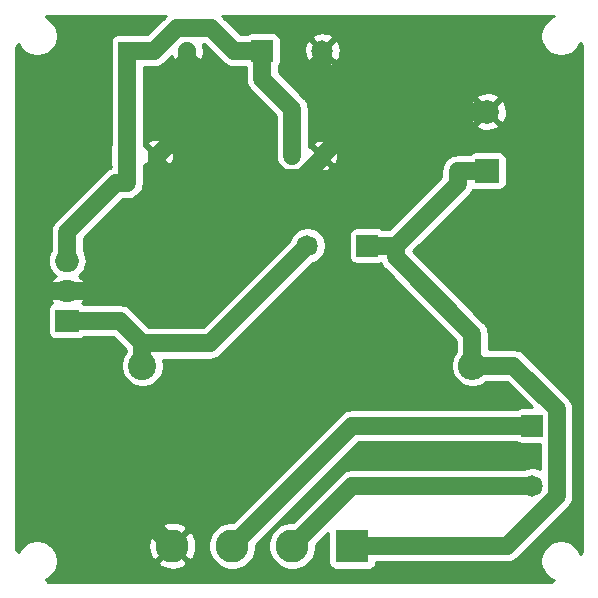
<source format=gbr>
%TF.GenerationSoftware,KiCad,Pcbnew,5.1.5-1.fc31*%
%TF.CreationDate,2020-04-07T08:28:03+02:00*%
%TF.ProjectId,zasilacz,7a617369-6c61-4637-9a2e-6b696361645f,1.0*%
%TF.SameCoordinates,Original*%
%TF.FileFunction,Copper,L2,Bot*%
%TF.FilePolarity,Positive*%
%FSLAX46Y46*%
G04 Gerber Fmt 4.6, Leading zero omitted, Abs format (unit mm)*
G04 Created by KiCad (PCBNEW 5.1.5-1.fc31) date 2020-04-07 08:28:03*
%MOMM*%
%LPD*%
G04 APERTURE LIST*
%TA.AperFunction,ComponentPad*%
%ADD10R,2.000000X2.000000*%
%TD*%
%TA.AperFunction,ComponentPad*%
%ADD11C,2.000000*%
%TD*%
%TA.AperFunction,ComponentPad*%
%ADD12R,1.600000X1.600000*%
%TD*%
%TA.AperFunction,ComponentPad*%
%ADD13C,1.600000*%
%TD*%
%TA.AperFunction,ComponentPad*%
%ADD14C,1.400000*%
%TD*%
%TA.AperFunction,ComponentPad*%
%ADD15C,2.800000*%
%TD*%
%TA.AperFunction,ComponentPad*%
%ADD16R,2.800000X2.800000*%
%TD*%
%TA.AperFunction,ComponentPad*%
%ADD17R,1.524000X1.524000*%
%TD*%
%TA.AperFunction,ComponentPad*%
%ADD18C,1.524000*%
%TD*%
%TA.AperFunction,ComponentPad*%
%ADD19C,1.824000*%
%TD*%
%TA.AperFunction,ComponentPad*%
%ADD20R,1.824000X1.824000*%
%TD*%
%TA.AperFunction,ComponentPad*%
%ADD21C,2.400000*%
%TD*%
%TA.AperFunction,ComponentPad*%
%ADD22O,2.400000X2.400000*%
%TD*%
%TA.AperFunction,ComponentPad*%
%ADD23R,2.000000X1.905000*%
%TD*%
%TA.AperFunction,ComponentPad*%
%ADD24O,2.000000X1.905000*%
%TD*%
%TA.AperFunction,Conductor*%
%ADD25C,1.500000*%
%TD*%
%TA.AperFunction,Conductor*%
%ADD26C,0.254000*%
%TD*%
G04 APERTURE END LIST*
D10*
%TO.P,C1,1*%
%TO.N,Net-(C1-Pad1)*%
X148590000Y-77470000D03*
D11*
%TO.P,C1,2*%
%TO.N,GND*%
X148590000Y-72470000D03*
%TD*%
D12*
%TO.P,C2,1*%
%TO.N,Net-(C2-Pad1)*%
X118110000Y-76200000D03*
D13*
%TO.P,C2,2*%
%TO.N,GND*%
X120610000Y-76200000D03*
%TD*%
D14*
%TO.P,C3,1*%
%TO.N,Net-(C2-Pad1)*%
X132080000Y-76200000D03*
%TO.P,C3,2*%
%TO.N,GND*%
X134580000Y-76200000D03*
%TD*%
D15*
%TO.P,D1,4*%
%TO.N,GND*%
X121920000Y-109220000D03*
%TO.P,D1,3*%
%TO.N,Net-(D1-Pad3)*%
X127000000Y-109220000D03*
%TO.P,D1,2*%
%TO.N,Net-(D1-Pad2)*%
X132080000Y-109220000D03*
D16*
%TO.P,D1,1*%
%TO.N,Net-(C1-Pad1)*%
X137160000Y-109220000D03*
%TD*%
D17*
%TO.P,D2,1*%
%TO.N,Net-(C2-Pad1)*%
X118110000Y-67310000D03*
D18*
%TO.P,D2,2*%
%TO.N,GND*%
X123190000Y-67310000D03*
%TD*%
D19*
%TO.P,J1,2*%
%TO.N,Net-(D1-Pad2)*%
X152400000Y-104140000D03*
D20*
%TO.P,J1,1*%
%TO.N,Net-(D1-Pad3)*%
X152400000Y-99060000D03*
%TD*%
%TO.P,J2,1*%
%TO.N,Net-(C2-Pad1)*%
X129540000Y-67310000D03*
D19*
%TO.P,J2,2*%
%TO.N,GND*%
X134620000Y-67310000D03*
%TD*%
D20*
%TO.P,J3,1*%
%TO.N,Net-(C1-Pad1)*%
X138430000Y-83820000D03*
D19*
%TO.P,J3,2*%
%TO.N,Net-(J3-Pad2)*%
X133350000Y-83820000D03*
%TD*%
D21*
%TO.P,R1,1*%
%TO.N,Net-(J3-Pad2)*%
X119380000Y-93980000D03*
D22*
%TO.P,R1,2*%
%TO.N,Net-(C1-Pad1)*%
X147320000Y-93980000D03*
%TD*%
D23*
%TO.P,U1,1*%
%TO.N,Net-(J3-Pad2)*%
X113030000Y-90170000D03*
D24*
%TO.P,U1,2*%
%TO.N,GND*%
X113030000Y-87630000D03*
%TO.P,U1,3*%
%TO.N,Net-(C2-Pad1)*%
X113030000Y-85090000D03*
%TD*%
D25*
%TO.N,Net-(C1-Pad1)*%
X137160000Y-109220000D02*
X150254900Y-109220000D01*
X150254900Y-109220000D02*
X154462400Y-105012500D01*
X154462400Y-105012500D02*
X154462400Y-97642100D01*
X154462400Y-97642100D02*
X150800300Y-93980000D01*
X150800300Y-93980000D02*
X147320000Y-93980000D01*
X148590000Y-77470000D02*
X146090000Y-77470000D01*
X140842000Y-83820000D02*
X146090000Y-78572000D01*
X146090000Y-78572000D02*
X146090000Y-77470000D01*
X139636000Y-83820000D02*
X140842000Y-83820000D01*
X138430000Y-83820000D02*
X139636000Y-83820000D01*
X147320000Y-93980000D02*
X147320000Y-91280000D01*
X147320000Y-91280000D02*
X140842000Y-84802000D01*
X140842000Y-84802000D02*
X140842000Y-83820000D01*
%TO.N,GND*%
X120610000Y-76200000D02*
X123190000Y-73620000D01*
X123190000Y-73620000D02*
X123190000Y-67310000D01*
X120610000Y-78125900D02*
X120610000Y-76200000D01*
X138310000Y-72470000D02*
X148590000Y-72470000D01*
X134580000Y-76200000D02*
X138310000Y-72470000D01*
X138310000Y-72470000D02*
X134620000Y-68780000D01*
X134620000Y-68780000D02*
X134620000Y-67310000D01*
X115530000Y-87630000D02*
X120610000Y-82550000D01*
X120610000Y-82550000D02*
X120610000Y-78125900D01*
X120610000Y-78125900D02*
X132888800Y-78125900D01*
X132888800Y-78125900D02*
X134580000Y-76434700D01*
X134580000Y-76434700D02*
X134580000Y-76200000D01*
X113030000Y-87630000D02*
X110530000Y-87630000D01*
X121920000Y-109220000D02*
X110530000Y-97830000D01*
X110530000Y-97830000D02*
X110530000Y-87630000D01*
X113030000Y-87630000D02*
X115530000Y-87630000D01*
%TO.N,Net-(C2-Pad1)*%
X118110000Y-76200000D02*
X118110000Y-78500000D01*
X113030000Y-85090000D02*
X113030000Y-82637500D01*
X113030000Y-82637500D02*
X117167500Y-78500000D01*
X117167500Y-78500000D02*
X118110000Y-78500000D01*
X129540000Y-67310000D02*
X127128000Y-67310000D01*
X118110000Y-67310000D02*
X120372000Y-67310000D01*
X120372000Y-67310000D02*
X122295700Y-65386300D01*
X122295700Y-65386300D02*
X125204300Y-65386300D01*
X125204300Y-65386300D02*
X127128000Y-67310000D01*
X118110000Y-76200000D02*
X118110000Y-67310000D01*
X129540000Y-67310000D02*
X129540000Y-69722000D01*
X129540000Y-69722000D02*
X132080000Y-72262000D01*
X132080000Y-72262000D02*
X132080000Y-76200000D01*
%TO.N,Net-(D1-Pad3)*%
X152400000Y-99060000D02*
X137160000Y-99060000D01*
X137160000Y-99060000D02*
X127000000Y-109220000D01*
%TO.N,Net-(D1-Pad2)*%
X152400000Y-104140000D02*
X137160000Y-104140000D01*
X137160000Y-104140000D02*
X132080000Y-109220000D01*
%TO.N,Net-(J3-Pad2)*%
X119380000Y-92075000D02*
X125095000Y-92075000D01*
X125095000Y-92075000D02*
X133350000Y-83820000D01*
X113030000Y-90170000D02*
X117475000Y-90170000D01*
X117475000Y-90170000D02*
X119380000Y-92075000D01*
X119380000Y-92075000D02*
X119380000Y-93980000D01*
%TD*%
D26*
%TO.N,GND*%
G36*
X121311619Y-64402219D02*
G01*
X121268250Y-64455064D01*
X119798315Y-65925000D01*
X119005752Y-65925000D01*
X118996482Y-65922188D01*
X118872000Y-65909928D01*
X117348000Y-65909928D01*
X117223518Y-65922188D01*
X117103820Y-65958498D01*
X116993506Y-66017463D01*
X116896815Y-66096815D01*
X116817463Y-66193506D01*
X116758498Y-66303820D01*
X116722188Y-66423518D01*
X116709928Y-66548000D01*
X116709928Y-68072000D01*
X116722188Y-68196482D01*
X116725001Y-68205755D01*
X116725000Y-75147397D01*
X116720498Y-75155820D01*
X116684188Y-75275518D01*
X116671928Y-75400000D01*
X116671928Y-77000000D01*
X116684188Y-77124482D01*
X116704969Y-77192987D01*
X116634919Y-77214236D01*
X116394312Y-77342843D01*
X116236266Y-77472548D01*
X116236264Y-77472550D01*
X116183419Y-77515919D01*
X116140050Y-77568764D01*
X112098764Y-81610051D01*
X112045920Y-81653419D01*
X112002551Y-81706264D01*
X112002548Y-81706267D01*
X111872844Y-81864312D01*
X111744236Y-82104920D01*
X111665040Y-82365993D01*
X111638300Y-82637500D01*
X111645001Y-82705539D01*
X111645000Y-84224634D01*
X111508745Y-84479551D01*
X111417970Y-84778796D01*
X111387319Y-85090000D01*
X111417970Y-85401204D01*
X111508745Y-85700449D01*
X111656155Y-85976235D01*
X111854537Y-86217963D01*
X112033899Y-86365163D01*
X111848685Y-86520563D01*
X111654031Y-86763077D01*
X111510429Y-87038906D01*
X111439437Y-87257020D01*
X111559406Y-87503000D01*
X112903000Y-87503000D01*
X112903000Y-87483000D01*
X113157000Y-87483000D01*
X113157000Y-87503000D01*
X114500594Y-87503000D01*
X114620563Y-87257020D01*
X114549571Y-87038906D01*
X114405969Y-86763077D01*
X114211315Y-86520563D01*
X114026101Y-86365163D01*
X114205463Y-86217963D01*
X114403845Y-85976235D01*
X114551255Y-85700449D01*
X114642030Y-85401204D01*
X114672681Y-85090000D01*
X114642030Y-84778796D01*
X114551255Y-84479551D01*
X114415000Y-84224635D01*
X114415000Y-83211185D01*
X117741186Y-79885000D01*
X118041964Y-79885000D01*
X118110000Y-79891701D01*
X118381507Y-79864960D01*
X118642581Y-79785764D01*
X118883188Y-79657157D01*
X119094081Y-79484081D01*
X119267157Y-79273188D01*
X119395764Y-79032581D01*
X119474960Y-78771507D01*
X119495000Y-78568037D01*
X119501701Y-78500000D01*
X119495000Y-78431963D01*
X119495000Y-77252603D01*
X119499502Y-77244180D01*
X119515117Y-77192702D01*
X119796903Y-77192702D01*
X119868486Y-77436671D01*
X120123996Y-77557571D01*
X120398184Y-77626300D01*
X120680512Y-77640217D01*
X120960130Y-77598787D01*
X121226292Y-77503603D01*
X121351514Y-77436671D01*
X121423097Y-77192702D01*
X120610000Y-76379605D01*
X119796903Y-77192702D01*
X119515117Y-77192702D01*
X119535812Y-77124482D01*
X119548072Y-77000000D01*
X119548072Y-76992785D01*
X119617298Y-77013097D01*
X120430395Y-76200000D01*
X120789605Y-76200000D01*
X121602702Y-77013097D01*
X121846671Y-76941514D01*
X121967571Y-76686004D01*
X122036300Y-76411816D01*
X122050217Y-76129488D01*
X122008787Y-75849870D01*
X121913603Y-75583708D01*
X121846671Y-75458486D01*
X121602702Y-75386903D01*
X120789605Y-76200000D01*
X120430395Y-76200000D01*
X119617298Y-75386903D01*
X119548072Y-75407215D01*
X119548072Y-75400000D01*
X119535812Y-75275518D01*
X119515118Y-75207298D01*
X119796903Y-75207298D01*
X120610000Y-76020395D01*
X121423097Y-75207298D01*
X121351514Y-74963329D01*
X121096004Y-74842429D01*
X120821816Y-74773700D01*
X120539488Y-74759783D01*
X120259870Y-74801213D01*
X119993708Y-74896397D01*
X119868486Y-74963329D01*
X119796903Y-75207298D01*
X119515118Y-75207298D01*
X119499502Y-75155820D01*
X119495000Y-75147397D01*
X119495000Y-68695000D01*
X120303971Y-68695000D01*
X120372000Y-68701700D01*
X120440029Y-68695000D01*
X120440037Y-68695000D01*
X120643507Y-68674960D01*
X120904581Y-68595764D01*
X121145188Y-68467157D01*
X121356081Y-68294081D01*
X121371276Y-68275565D01*
X122404040Y-68275565D01*
X122471020Y-68515656D01*
X122720048Y-68632756D01*
X122987135Y-68699023D01*
X123262017Y-68711910D01*
X123534133Y-68670922D01*
X123793023Y-68577636D01*
X123908980Y-68515656D01*
X123975960Y-68275565D01*
X123190000Y-67489605D01*
X122404040Y-68275565D01*
X121371276Y-68275565D01*
X121399454Y-68241231D01*
X121870791Y-67769895D01*
X121922364Y-67913023D01*
X121984344Y-68028980D01*
X122224435Y-68095960D01*
X123010395Y-67310000D01*
X122996253Y-67295858D01*
X123175858Y-67116253D01*
X123190000Y-67130395D01*
X123204143Y-67116253D01*
X123383748Y-67295858D01*
X123369605Y-67310000D01*
X124155565Y-68095960D01*
X124395656Y-68028980D01*
X124512756Y-67779952D01*
X124579023Y-67512865D01*
X124591910Y-67237983D01*
X124550922Y-66965867D01*
X124480814Y-66771300D01*
X124630615Y-66771300D01*
X126100550Y-68241236D01*
X126143919Y-68294081D01*
X126196764Y-68337450D01*
X126196766Y-68337452D01*
X126305264Y-68426494D01*
X126354812Y-68467157D01*
X126595419Y-68595764D01*
X126856493Y-68674960D01*
X127059963Y-68695000D01*
X127059971Y-68695000D01*
X127128000Y-68701700D01*
X127196029Y-68695000D01*
X128155001Y-68695000D01*
X128155001Y-69653961D01*
X128148300Y-69722000D01*
X128175040Y-69993507D01*
X128254236Y-70254580D01*
X128382844Y-70495188D01*
X128512548Y-70653233D01*
X128512551Y-70653236D01*
X128555920Y-70706081D01*
X128608765Y-70749450D01*
X130695000Y-72835685D01*
X130695001Y-76268037D01*
X130715041Y-76471507D01*
X130794237Y-76732581D01*
X130922844Y-76973188D01*
X131095920Y-77184081D01*
X131306813Y-77357157D01*
X131547420Y-77485764D01*
X131808494Y-77564960D01*
X132080000Y-77591701D01*
X132351507Y-77564960D01*
X132612581Y-77485764D01*
X132853188Y-77357157D01*
X133064081Y-77184081D01*
X133115629Y-77121269D01*
X133838336Y-77121269D01*
X133897797Y-77355037D01*
X134136242Y-77465934D01*
X134391740Y-77528183D01*
X134654473Y-77539390D01*
X134914344Y-77499125D01*
X135161366Y-77408935D01*
X135262203Y-77355037D01*
X135321664Y-77121269D01*
X134580000Y-76379605D01*
X133838336Y-77121269D01*
X133115629Y-77121269D01*
X133237157Y-76973188D01*
X133358331Y-76746488D01*
X133371065Y-76781366D01*
X133424963Y-76882203D01*
X133658731Y-76941664D01*
X134400395Y-76200000D01*
X134759605Y-76200000D01*
X135501269Y-76941664D01*
X135735037Y-76882203D01*
X135845934Y-76643758D01*
X135908183Y-76388260D01*
X135919390Y-76125527D01*
X135879125Y-75865656D01*
X135788935Y-75618634D01*
X135735037Y-75517797D01*
X135501269Y-75458336D01*
X134759605Y-76200000D01*
X134400395Y-76200000D01*
X133658731Y-75458336D01*
X133465000Y-75507613D01*
X133465000Y-75278731D01*
X133838336Y-75278731D01*
X134580000Y-76020395D01*
X135321664Y-75278731D01*
X135262203Y-75044963D01*
X135023758Y-74934066D01*
X134768260Y-74871817D01*
X134505527Y-74860610D01*
X134245656Y-74900875D01*
X133998634Y-74991065D01*
X133897797Y-75044963D01*
X133838336Y-75278731D01*
X133465000Y-75278731D01*
X133465000Y-73605413D01*
X147634192Y-73605413D01*
X147729956Y-73869814D01*
X148019571Y-74010704D01*
X148331108Y-74092384D01*
X148652595Y-74111718D01*
X148971675Y-74067961D01*
X149276088Y-73962795D01*
X149450044Y-73869814D01*
X149545808Y-73605413D01*
X148590000Y-72649605D01*
X147634192Y-73605413D01*
X133465000Y-73605413D01*
X133465000Y-72532595D01*
X146948282Y-72532595D01*
X146992039Y-72851675D01*
X147097205Y-73156088D01*
X147190186Y-73330044D01*
X147454587Y-73425808D01*
X148410395Y-72470000D01*
X148769605Y-72470000D01*
X149725413Y-73425808D01*
X149989814Y-73330044D01*
X150130704Y-73040429D01*
X150212384Y-72728892D01*
X150231718Y-72407405D01*
X150187961Y-72088325D01*
X150082795Y-71783912D01*
X149989814Y-71609956D01*
X149725413Y-71514192D01*
X148769605Y-72470000D01*
X148410395Y-72470000D01*
X147454587Y-71514192D01*
X147190186Y-71609956D01*
X147049296Y-71899571D01*
X146967616Y-72211108D01*
X146948282Y-72532595D01*
X133465000Y-72532595D01*
X133465000Y-72330026D01*
X133471700Y-72261999D01*
X133465000Y-72193972D01*
X133465000Y-72193963D01*
X133444960Y-71990493D01*
X133365764Y-71729419D01*
X133237157Y-71488812D01*
X133110587Y-71334587D01*
X147634192Y-71334587D01*
X148590000Y-72290395D01*
X149545808Y-71334587D01*
X149450044Y-71070186D01*
X149160429Y-70929296D01*
X148848892Y-70847616D01*
X148527405Y-70828282D01*
X148208325Y-70872039D01*
X147903912Y-70977205D01*
X147729956Y-71070186D01*
X147634192Y-71334587D01*
X133110587Y-71334587D01*
X133064080Y-71277919D01*
X133011235Y-71234550D01*
X130925000Y-69148315D01*
X130925000Y-68646603D01*
X130982537Y-68576494D01*
X131041502Y-68466180D01*
X131066842Y-68382642D01*
X133726963Y-68382642D01*
X133812096Y-68638049D01*
X134086709Y-68770145D01*
X134381817Y-68846129D01*
X134686077Y-68863080D01*
X134987798Y-68820347D01*
X135275385Y-68719572D01*
X135427904Y-68638049D01*
X135513037Y-68382642D01*
X134620000Y-67489605D01*
X133726963Y-68382642D01*
X131066842Y-68382642D01*
X131077812Y-68346482D01*
X131090072Y-68222000D01*
X131090072Y-67376077D01*
X133066920Y-67376077D01*
X133109653Y-67677798D01*
X133210428Y-67965385D01*
X133291951Y-68117904D01*
X133547358Y-68203037D01*
X134440395Y-67310000D01*
X134799605Y-67310000D01*
X135692642Y-68203037D01*
X135948049Y-68117904D01*
X136080145Y-67843291D01*
X136156129Y-67548183D01*
X136173080Y-67243923D01*
X136130347Y-66942202D01*
X136029572Y-66654615D01*
X135948049Y-66502096D01*
X135692642Y-66416963D01*
X134799605Y-67310000D01*
X134440395Y-67310000D01*
X133547358Y-66416963D01*
X133291951Y-66502096D01*
X133159855Y-66776709D01*
X133083871Y-67071817D01*
X133066920Y-67376077D01*
X131090072Y-67376077D01*
X131090072Y-66398000D01*
X131077812Y-66273518D01*
X131066843Y-66237358D01*
X133726963Y-66237358D01*
X134620000Y-67130395D01*
X135513037Y-66237358D01*
X135427904Y-65981951D01*
X135153291Y-65849855D01*
X134858183Y-65773871D01*
X134553923Y-65756920D01*
X134252202Y-65799653D01*
X133964615Y-65900428D01*
X133812096Y-65981951D01*
X133726963Y-66237358D01*
X131066843Y-66237358D01*
X131041502Y-66153820D01*
X130982537Y-66043506D01*
X130903185Y-65946815D01*
X130806494Y-65867463D01*
X130696180Y-65808498D01*
X130576482Y-65772188D01*
X130452000Y-65759928D01*
X128628000Y-65759928D01*
X128503518Y-65772188D01*
X128383820Y-65808498D01*
X128273506Y-65867463D01*
X128203397Y-65925000D01*
X127701686Y-65925000D01*
X126231754Y-64455069D01*
X126188381Y-64402219D01*
X126155337Y-64375100D01*
X154175494Y-64375100D01*
X154211566Y-64411172D01*
X153991169Y-64502463D01*
X153707002Y-64692337D01*
X153465337Y-64934002D01*
X153275463Y-65218169D01*
X153144675Y-65533919D01*
X153078000Y-65869117D01*
X153078000Y-66210883D01*
X153144675Y-66546081D01*
X153275463Y-66861831D01*
X153465337Y-67145998D01*
X153707002Y-67387663D01*
X153991169Y-67577537D01*
X154306919Y-67708325D01*
X154642117Y-67775000D01*
X154983883Y-67775000D01*
X155319081Y-67708325D01*
X155634831Y-67577537D01*
X155918998Y-67387663D01*
X156160663Y-67145998D01*
X156350537Y-66861831D01*
X156441828Y-66641434D01*
X156604901Y-66804507D01*
X156604900Y-109725494D01*
X156441828Y-109888566D01*
X156350537Y-109668169D01*
X156160663Y-109384002D01*
X155918998Y-109142337D01*
X155634831Y-108952463D01*
X155319081Y-108821675D01*
X154983883Y-108755000D01*
X154642117Y-108755000D01*
X154306919Y-108821675D01*
X153991169Y-108952463D01*
X153707002Y-109142337D01*
X153465337Y-109384002D01*
X153275463Y-109668169D01*
X153144675Y-109983919D01*
X153078000Y-110319117D01*
X153078000Y-110660883D01*
X153144675Y-110996081D01*
X153275463Y-111311831D01*
X153465337Y-111595998D01*
X153707002Y-111837663D01*
X153991169Y-112027537D01*
X154211566Y-112118828D01*
X154010394Y-112320000D01*
X111419606Y-112320000D01*
X111181237Y-112081631D01*
X111311831Y-112027537D01*
X111595998Y-111837663D01*
X111837663Y-111595998D01*
X112027537Y-111311831D01*
X112158325Y-110996081D01*
X112225000Y-110660883D01*
X112225000Y-110640447D01*
X120679158Y-110640447D01*
X120823135Y-110945770D01*
X121180892Y-111126597D01*
X121567053Y-111234155D01*
X121966777Y-111264310D01*
X122364704Y-111215904D01*
X122745540Y-111090795D01*
X123016865Y-110945770D01*
X123160842Y-110640447D01*
X121920000Y-109399605D01*
X120679158Y-110640447D01*
X112225000Y-110640447D01*
X112225000Y-110319117D01*
X112158325Y-109983919D01*
X112027537Y-109668169D01*
X111837663Y-109384002D01*
X111720438Y-109266777D01*
X119875690Y-109266777D01*
X119924096Y-109664704D01*
X120049205Y-110045540D01*
X120194230Y-110316865D01*
X120499553Y-110460842D01*
X121740395Y-109220000D01*
X122099605Y-109220000D01*
X123340447Y-110460842D01*
X123645770Y-110316865D01*
X123826597Y-109959108D01*
X123934155Y-109572947D01*
X123964310Y-109173223D01*
X123945619Y-109019570D01*
X124965000Y-109019570D01*
X124965000Y-109420430D01*
X125043204Y-109813587D01*
X125196607Y-110183934D01*
X125419313Y-110517237D01*
X125702763Y-110800687D01*
X126036066Y-111023393D01*
X126406413Y-111176796D01*
X126799570Y-111255000D01*
X127200430Y-111255000D01*
X127593587Y-111176796D01*
X127963934Y-111023393D01*
X128297237Y-110800687D01*
X128580687Y-110517237D01*
X128803393Y-110183934D01*
X128956796Y-109813587D01*
X129035000Y-109420430D01*
X129035000Y-109143685D01*
X137733686Y-100445000D01*
X151063397Y-100445000D01*
X151133506Y-100502537D01*
X151243820Y-100561502D01*
X151363518Y-100597812D01*
X151488000Y-100610072D01*
X153077401Y-100610072D01*
X153077400Y-102746128D01*
X152851243Y-102652451D01*
X152552366Y-102593000D01*
X152247634Y-102593000D01*
X151948757Y-102652451D01*
X151701182Y-102755000D01*
X137228029Y-102755000D01*
X137160000Y-102748300D01*
X137091971Y-102755000D01*
X137091963Y-102755000D01*
X136911892Y-102772735D01*
X136888492Y-102775040D01*
X136627419Y-102854236D01*
X136386812Y-102982843D01*
X136277108Y-103072875D01*
X136228766Y-103112548D01*
X136228764Y-103112550D01*
X136175919Y-103155919D01*
X136132550Y-103208764D01*
X132156315Y-107185000D01*
X131879570Y-107185000D01*
X131486413Y-107263204D01*
X131116066Y-107416607D01*
X130782763Y-107639313D01*
X130499313Y-107922763D01*
X130276607Y-108256066D01*
X130123204Y-108626413D01*
X130045000Y-109019570D01*
X130045000Y-109420430D01*
X130123204Y-109813587D01*
X130276607Y-110183934D01*
X130499313Y-110517237D01*
X130782763Y-110800687D01*
X131116066Y-111023393D01*
X131486413Y-111176796D01*
X131879570Y-111255000D01*
X132280430Y-111255000D01*
X132673587Y-111176796D01*
X133043934Y-111023393D01*
X133377237Y-110800687D01*
X133660687Y-110517237D01*
X133883393Y-110183934D01*
X134036796Y-109813587D01*
X134115000Y-109420430D01*
X134115000Y-109143685D01*
X135121928Y-108136757D01*
X135121928Y-110620000D01*
X135134188Y-110744482D01*
X135170498Y-110864180D01*
X135229463Y-110974494D01*
X135308815Y-111071185D01*
X135405506Y-111150537D01*
X135515820Y-111209502D01*
X135635518Y-111245812D01*
X135760000Y-111258072D01*
X138560000Y-111258072D01*
X138684482Y-111245812D01*
X138804180Y-111209502D01*
X138914494Y-111150537D01*
X139011185Y-111071185D01*
X139090537Y-110974494D01*
X139149502Y-110864180D01*
X139185812Y-110744482D01*
X139198072Y-110620000D01*
X139198072Y-110605000D01*
X150186871Y-110605000D01*
X150254900Y-110611700D01*
X150322929Y-110605000D01*
X150322937Y-110605000D01*
X150526407Y-110584960D01*
X150787481Y-110505764D01*
X151028088Y-110377157D01*
X151238981Y-110204081D01*
X151282354Y-110151231D01*
X155393641Y-106039945D01*
X155446480Y-105996581D01*
X155489845Y-105943741D01*
X155489852Y-105943734D01*
X155619557Y-105785688D01*
X155748164Y-105545081D01*
X155827360Y-105284007D01*
X155854101Y-105012500D01*
X155847400Y-104944463D01*
X155847400Y-97710126D01*
X155854100Y-97642099D01*
X155847400Y-97574072D01*
X155847400Y-97574063D01*
X155827360Y-97370593D01*
X155748164Y-97109519D01*
X155619557Y-96868912D01*
X155446481Y-96658019D01*
X155393631Y-96614646D01*
X151827754Y-93048769D01*
X151784381Y-92995919D01*
X151573488Y-92822843D01*
X151332881Y-92694236D01*
X151071807Y-92615040D01*
X150868337Y-92595000D01*
X150868329Y-92595000D01*
X150800300Y-92588300D01*
X150732271Y-92595000D01*
X148705000Y-92595000D01*
X148705000Y-91348026D01*
X148711700Y-91279999D01*
X148705000Y-91211972D01*
X148705000Y-91211963D01*
X148684960Y-91008493D01*
X148605764Y-90747419D01*
X148477157Y-90506812D01*
X148304081Y-90295919D01*
X148251231Y-90252546D01*
X142309685Y-84311000D01*
X147021241Y-79599445D01*
X147074080Y-79556081D01*
X147117445Y-79503241D01*
X147117452Y-79503234D01*
X147247157Y-79345188D01*
X147375764Y-79104581D01*
X147385763Y-79071619D01*
X147465518Y-79095812D01*
X147590000Y-79108072D01*
X149590000Y-79108072D01*
X149714482Y-79095812D01*
X149834180Y-79059502D01*
X149944494Y-79000537D01*
X150041185Y-78921185D01*
X150120537Y-78824494D01*
X150179502Y-78714180D01*
X150215812Y-78594482D01*
X150228072Y-78470000D01*
X150228072Y-76470000D01*
X150215812Y-76345518D01*
X150179502Y-76225820D01*
X150120537Y-76115506D01*
X150041185Y-76018815D01*
X149944494Y-75939463D01*
X149834180Y-75880498D01*
X149714482Y-75844188D01*
X149590000Y-75831928D01*
X147590000Y-75831928D01*
X147465518Y-75844188D01*
X147345820Y-75880498D01*
X147235506Y-75939463D01*
X147138815Y-76018815D01*
X147084499Y-76085000D01*
X146158037Y-76085000D01*
X146090000Y-76078299D01*
X146021964Y-76085000D01*
X146021963Y-76085000D01*
X145818493Y-76105040D01*
X145557419Y-76184236D01*
X145316812Y-76312843D01*
X145105919Y-76485919D01*
X144932843Y-76696812D01*
X144804236Y-76937419D01*
X144725040Y-77198493D01*
X144698299Y-77470000D01*
X144705000Y-77538037D01*
X144705000Y-77998314D01*
X140268315Y-82435000D01*
X139766603Y-82435000D01*
X139696494Y-82377463D01*
X139586180Y-82318498D01*
X139466482Y-82282188D01*
X139342000Y-82269928D01*
X137518000Y-82269928D01*
X137393518Y-82282188D01*
X137273820Y-82318498D01*
X137163506Y-82377463D01*
X137066815Y-82456815D01*
X136987463Y-82553506D01*
X136928498Y-82663820D01*
X136892188Y-82783518D01*
X136879928Y-82908000D01*
X136879928Y-84732000D01*
X136892188Y-84856482D01*
X136928498Y-84976180D01*
X136987463Y-85086494D01*
X137066815Y-85183185D01*
X137163506Y-85262537D01*
X137273820Y-85321502D01*
X137393518Y-85357812D01*
X137518000Y-85370072D01*
X139342000Y-85370072D01*
X139466482Y-85357812D01*
X139555126Y-85330922D01*
X139556236Y-85334580D01*
X139684843Y-85575187D01*
X139857919Y-85786080D01*
X139910765Y-85829450D01*
X145935001Y-91853686D01*
X145935000Y-92769918D01*
X145894662Y-92810256D01*
X145693844Y-93110801D01*
X145555518Y-93444750D01*
X145485000Y-93799268D01*
X145485000Y-94160732D01*
X145555518Y-94515250D01*
X145693844Y-94849199D01*
X145894662Y-95149744D01*
X146150256Y-95405338D01*
X146450801Y-95606156D01*
X146784750Y-95744482D01*
X147139268Y-95815000D01*
X147500732Y-95815000D01*
X147855250Y-95744482D01*
X148189199Y-95606156D01*
X148489744Y-95405338D01*
X148530082Y-95365000D01*
X150226615Y-95365000D01*
X152371543Y-97509928D01*
X151488000Y-97509928D01*
X151363518Y-97522188D01*
X151243820Y-97558498D01*
X151133506Y-97617463D01*
X151063397Y-97675000D01*
X137228029Y-97675000D01*
X137160000Y-97668300D01*
X137091971Y-97675000D01*
X137091963Y-97675000D01*
X136888493Y-97695040D01*
X136627419Y-97774236D01*
X136386812Y-97902843D01*
X136228766Y-98032548D01*
X136228764Y-98032550D01*
X136175919Y-98075919D01*
X136132550Y-98128764D01*
X127076315Y-107185000D01*
X126799570Y-107185000D01*
X126406413Y-107263204D01*
X126036066Y-107416607D01*
X125702763Y-107639313D01*
X125419313Y-107922763D01*
X125196607Y-108256066D01*
X125043204Y-108626413D01*
X124965000Y-109019570D01*
X123945619Y-109019570D01*
X123915904Y-108775296D01*
X123790795Y-108394460D01*
X123645770Y-108123135D01*
X123340447Y-107979158D01*
X122099605Y-109220000D01*
X121740395Y-109220000D01*
X120499553Y-107979158D01*
X120194230Y-108123135D01*
X120013403Y-108480892D01*
X119905845Y-108867053D01*
X119875690Y-109266777D01*
X111720438Y-109266777D01*
X111595998Y-109142337D01*
X111311831Y-108952463D01*
X110996081Y-108821675D01*
X110660883Y-108755000D01*
X110319117Y-108755000D01*
X109983919Y-108821675D01*
X109668169Y-108952463D01*
X109384002Y-109142337D01*
X109142337Y-109384002D01*
X108952463Y-109668169D01*
X108898369Y-109798763D01*
X108660000Y-109560394D01*
X108660000Y-107799553D01*
X120679158Y-107799553D01*
X121920000Y-109040395D01*
X123160842Y-107799553D01*
X123016865Y-107494230D01*
X122659108Y-107313403D01*
X122272947Y-107205845D01*
X121873223Y-107175690D01*
X121475296Y-107224096D01*
X121094460Y-107349205D01*
X120823135Y-107494230D01*
X120679158Y-107799553D01*
X108660000Y-107799553D01*
X108660000Y-89217500D01*
X111391928Y-89217500D01*
X111391928Y-91122500D01*
X111404188Y-91246982D01*
X111440498Y-91366680D01*
X111499463Y-91476994D01*
X111578815Y-91573685D01*
X111675506Y-91653037D01*
X111785820Y-91712002D01*
X111905518Y-91748312D01*
X112030000Y-91760572D01*
X114030000Y-91760572D01*
X114154482Y-91748312D01*
X114274180Y-91712002D01*
X114384494Y-91653037D01*
X114481185Y-91573685D01*
X114496519Y-91555000D01*
X116901315Y-91555000D01*
X117995000Y-92648686D01*
X117995000Y-92769918D01*
X117954662Y-92810256D01*
X117753844Y-93110801D01*
X117615518Y-93444750D01*
X117545000Y-93799268D01*
X117545000Y-94160732D01*
X117615518Y-94515250D01*
X117753844Y-94849199D01*
X117954662Y-95149744D01*
X118210256Y-95405338D01*
X118510801Y-95606156D01*
X118844750Y-95744482D01*
X119199268Y-95815000D01*
X119560732Y-95815000D01*
X119915250Y-95744482D01*
X120249199Y-95606156D01*
X120549744Y-95405338D01*
X120805338Y-95149744D01*
X121006156Y-94849199D01*
X121144482Y-94515250D01*
X121215000Y-94160732D01*
X121215000Y-93799268D01*
X121147515Y-93460000D01*
X125026971Y-93460000D01*
X125095000Y-93466700D01*
X125163029Y-93460000D01*
X125163037Y-93460000D01*
X125366507Y-93439960D01*
X125627581Y-93360764D01*
X125868188Y-93232157D01*
X126079081Y-93059081D01*
X126122454Y-93006231D01*
X133835204Y-85293482D01*
X134082779Y-85190933D01*
X134336155Y-85021633D01*
X134551633Y-84806155D01*
X134720933Y-84552779D01*
X134837549Y-84271243D01*
X134897000Y-83972366D01*
X134897000Y-83667634D01*
X134837549Y-83368757D01*
X134720933Y-83087221D01*
X134551633Y-82833845D01*
X134336155Y-82618367D01*
X134082779Y-82449067D01*
X133801243Y-82332451D01*
X133502366Y-82273000D01*
X133197634Y-82273000D01*
X132898757Y-82332451D01*
X132617221Y-82449067D01*
X132363845Y-82618367D01*
X132148367Y-82833845D01*
X131979067Y-83087221D01*
X131876518Y-83334796D01*
X124521315Y-90690000D01*
X119953686Y-90690000D01*
X118502454Y-89238769D01*
X118459081Y-89185919D01*
X118248188Y-89012843D01*
X118007581Y-88884236D01*
X117746507Y-88805040D01*
X117543037Y-88785000D01*
X117543029Y-88785000D01*
X117475000Y-88778300D01*
X117406971Y-88785000D01*
X114496519Y-88785000D01*
X114481185Y-88766315D01*
X114384494Y-88686963D01*
X114292781Y-88637941D01*
X114405969Y-88496923D01*
X114549571Y-88221094D01*
X114620563Y-88002980D01*
X114500594Y-87757000D01*
X113157000Y-87757000D01*
X113157000Y-87777000D01*
X112903000Y-87777000D01*
X112903000Y-87757000D01*
X111559406Y-87757000D01*
X111439437Y-88002980D01*
X111510429Y-88221094D01*
X111654031Y-88496923D01*
X111767219Y-88637941D01*
X111675506Y-88686963D01*
X111578815Y-88766315D01*
X111499463Y-88863006D01*
X111440498Y-88973320D01*
X111404188Y-89093018D01*
X111391928Y-89217500D01*
X108660000Y-89217500D01*
X108660000Y-66969606D01*
X108898369Y-66731237D01*
X108952463Y-66861831D01*
X109142337Y-67145998D01*
X109384002Y-67387663D01*
X109668169Y-67577537D01*
X109983919Y-67708325D01*
X110319117Y-67775000D01*
X110660883Y-67775000D01*
X110996081Y-67708325D01*
X111311831Y-67577537D01*
X111595998Y-67387663D01*
X111837663Y-67145998D01*
X112027537Y-66861831D01*
X112158325Y-66546081D01*
X112225000Y-66210883D01*
X112225000Y-65869117D01*
X112158325Y-65533919D01*
X112027537Y-65218169D01*
X111837663Y-64934002D01*
X111595998Y-64692337D01*
X111311831Y-64502463D01*
X111181237Y-64448369D01*
X111254506Y-64375100D01*
X121344663Y-64375100D01*
X121311619Y-64402219D01*
G37*
X121311619Y-64402219D02*
X121268250Y-64455064D01*
X119798315Y-65925000D01*
X119005752Y-65925000D01*
X118996482Y-65922188D01*
X118872000Y-65909928D01*
X117348000Y-65909928D01*
X117223518Y-65922188D01*
X117103820Y-65958498D01*
X116993506Y-66017463D01*
X116896815Y-66096815D01*
X116817463Y-66193506D01*
X116758498Y-66303820D01*
X116722188Y-66423518D01*
X116709928Y-66548000D01*
X116709928Y-68072000D01*
X116722188Y-68196482D01*
X116725001Y-68205755D01*
X116725000Y-75147397D01*
X116720498Y-75155820D01*
X116684188Y-75275518D01*
X116671928Y-75400000D01*
X116671928Y-77000000D01*
X116684188Y-77124482D01*
X116704969Y-77192987D01*
X116634919Y-77214236D01*
X116394312Y-77342843D01*
X116236266Y-77472548D01*
X116236264Y-77472550D01*
X116183419Y-77515919D01*
X116140050Y-77568764D01*
X112098764Y-81610051D01*
X112045920Y-81653419D01*
X112002551Y-81706264D01*
X112002548Y-81706267D01*
X111872844Y-81864312D01*
X111744236Y-82104920D01*
X111665040Y-82365993D01*
X111638300Y-82637500D01*
X111645001Y-82705539D01*
X111645000Y-84224634D01*
X111508745Y-84479551D01*
X111417970Y-84778796D01*
X111387319Y-85090000D01*
X111417970Y-85401204D01*
X111508745Y-85700449D01*
X111656155Y-85976235D01*
X111854537Y-86217963D01*
X112033899Y-86365163D01*
X111848685Y-86520563D01*
X111654031Y-86763077D01*
X111510429Y-87038906D01*
X111439437Y-87257020D01*
X111559406Y-87503000D01*
X112903000Y-87503000D01*
X112903000Y-87483000D01*
X113157000Y-87483000D01*
X113157000Y-87503000D01*
X114500594Y-87503000D01*
X114620563Y-87257020D01*
X114549571Y-87038906D01*
X114405969Y-86763077D01*
X114211315Y-86520563D01*
X114026101Y-86365163D01*
X114205463Y-86217963D01*
X114403845Y-85976235D01*
X114551255Y-85700449D01*
X114642030Y-85401204D01*
X114672681Y-85090000D01*
X114642030Y-84778796D01*
X114551255Y-84479551D01*
X114415000Y-84224635D01*
X114415000Y-83211185D01*
X117741186Y-79885000D01*
X118041964Y-79885000D01*
X118110000Y-79891701D01*
X118381507Y-79864960D01*
X118642581Y-79785764D01*
X118883188Y-79657157D01*
X119094081Y-79484081D01*
X119267157Y-79273188D01*
X119395764Y-79032581D01*
X119474960Y-78771507D01*
X119495000Y-78568037D01*
X119501701Y-78500000D01*
X119495000Y-78431963D01*
X119495000Y-77252603D01*
X119499502Y-77244180D01*
X119515117Y-77192702D01*
X119796903Y-77192702D01*
X119868486Y-77436671D01*
X120123996Y-77557571D01*
X120398184Y-77626300D01*
X120680512Y-77640217D01*
X120960130Y-77598787D01*
X121226292Y-77503603D01*
X121351514Y-77436671D01*
X121423097Y-77192702D01*
X120610000Y-76379605D01*
X119796903Y-77192702D01*
X119515117Y-77192702D01*
X119535812Y-77124482D01*
X119548072Y-77000000D01*
X119548072Y-76992785D01*
X119617298Y-77013097D01*
X120430395Y-76200000D01*
X120789605Y-76200000D01*
X121602702Y-77013097D01*
X121846671Y-76941514D01*
X121967571Y-76686004D01*
X122036300Y-76411816D01*
X122050217Y-76129488D01*
X122008787Y-75849870D01*
X121913603Y-75583708D01*
X121846671Y-75458486D01*
X121602702Y-75386903D01*
X120789605Y-76200000D01*
X120430395Y-76200000D01*
X119617298Y-75386903D01*
X119548072Y-75407215D01*
X119548072Y-75400000D01*
X119535812Y-75275518D01*
X119515118Y-75207298D01*
X119796903Y-75207298D01*
X120610000Y-76020395D01*
X121423097Y-75207298D01*
X121351514Y-74963329D01*
X121096004Y-74842429D01*
X120821816Y-74773700D01*
X120539488Y-74759783D01*
X120259870Y-74801213D01*
X119993708Y-74896397D01*
X119868486Y-74963329D01*
X119796903Y-75207298D01*
X119515118Y-75207298D01*
X119499502Y-75155820D01*
X119495000Y-75147397D01*
X119495000Y-68695000D01*
X120303971Y-68695000D01*
X120372000Y-68701700D01*
X120440029Y-68695000D01*
X120440037Y-68695000D01*
X120643507Y-68674960D01*
X120904581Y-68595764D01*
X121145188Y-68467157D01*
X121356081Y-68294081D01*
X121371276Y-68275565D01*
X122404040Y-68275565D01*
X122471020Y-68515656D01*
X122720048Y-68632756D01*
X122987135Y-68699023D01*
X123262017Y-68711910D01*
X123534133Y-68670922D01*
X123793023Y-68577636D01*
X123908980Y-68515656D01*
X123975960Y-68275565D01*
X123190000Y-67489605D01*
X122404040Y-68275565D01*
X121371276Y-68275565D01*
X121399454Y-68241231D01*
X121870791Y-67769895D01*
X121922364Y-67913023D01*
X121984344Y-68028980D01*
X122224435Y-68095960D01*
X123010395Y-67310000D01*
X122996253Y-67295858D01*
X123175858Y-67116253D01*
X123190000Y-67130395D01*
X123204143Y-67116253D01*
X123383748Y-67295858D01*
X123369605Y-67310000D01*
X124155565Y-68095960D01*
X124395656Y-68028980D01*
X124512756Y-67779952D01*
X124579023Y-67512865D01*
X124591910Y-67237983D01*
X124550922Y-66965867D01*
X124480814Y-66771300D01*
X124630615Y-66771300D01*
X126100550Y-68241236D01*
X126143919Y-68294081D01*
X126196764Y-68337450D01*
X126196766Y-68337452D01*
X126305264Y-68426494D01*
X126354812Y-68467157D01*
X126595419Y-68595764D01*
X126856493Y-68674960D01*
X127059963Y-68695000D01*
X127059971Y-68695000D01*
X127128000Y-68701700D01*
X127196029Y-68695000D01*
X128155001Y-68695000D01*
X128155001Y-69653961D01*
X128148300Y-69722000D01*
X128175040Y-69993507D01*
X128254236Y-70254580D01*
X128382844Y-70495188D01*
X128512548Y-70653233D01*
X128512551Y-70653236D01*
X128555920Y-70706081D01*
X128608765Y-70749450D01*
X130695000Y-72835685D01*
X130695001Y-76268037D01*
X130715041Y-76471507D01*
X130794237Y-76732581D01*
X130922844Y-76973188D01*
X131095920Y-77184081D01*
X131306813Y-77357157D01*
X131547420Y-77485764D01*
X131808494Y-77564960D01*
X132080000Y-77591701D01*
X132351507Y-77564960D01*
X132612581Y-77485764D01*
X132853188Y-77357157D01*
X133064081Y-77184081D01*
X133115629Y-77121269D01*
X133838336Y-77121269D01*
X133897797Y-77355037D01*
X134136242Y-77465934D01*
X134391740Y-77528183D01*
X134654473Y-77539390D01*
X134914344Y-77499125D01*
X135161366Y-77408935D01*
X135262203Y-77355037D01*
X135321664Y-77121269D01*
X134580000Y-76379605D01*
X133838336Y-77121269D01*
X133115629Y-77121269D01*
X133237157Y-76973188D01*
X133358331Y-76746488D01*
X133371065Y-76781366D01*
X133424963Y-76882203D01*
X133658731Y-76941664D01*
X134400395Y-76200000D01*
X134759605Y-76200000D01*
X135501269Y-76941664D01*
X135735037Y-76882203D01*
X135845934Y-76643758D01*
X135908183Y-76388260D01*
X135919390Y-76125527D01*
X135879125Y-75865656D01*
X135788935Y-75618634D01*
X135735037Y-75517797D01*
X135501269Y-75458336D01*
X134759605Y-76200000D01*
X134400395Y-76200000D01*
X133658731Y-75458336D01*
X133465000Y-75507613D01*
X133465000Y-75278731D01*
X133838336Y-75278731D01*
X134580000Y-76020395D01*
X135321664Y-75278731D01*
X135262203Y-75044963D01*
X135023758Y-74934066D01*
X134768260Y-74871817D01*
X134505527Y-74860610D01*
X134245656Y-74900875D01*
X133998634Y-74991065D01*
X133897797Y-75044963D01*
X133838336Y-75278731D01*
X133465000Y-75278731D01*
X133465000Y-73605413D01*
X147634192Y-73605413D01*
X147729956Y-73869814D01*
X148019571Y-74010704D01*
X148331108Y-74092384D01*
X148652595Y-74111718D01*
X148971675Y-74067961D01*
X149276088Y-73962795D01*
X149450044Y-73869814D01*
X149545808Y-73605413D01*
X148590000Y-72649605D01*
X147634192Y-73605413D01*
X133465000Y-73605413D01*
X133465000Y-72532595D01*
X146948282Y-72532595D01*
X146992039Y-72851675D01*
X147097205Y-73156088D01*
X147190186Y-73330044D01*
X147454587Y-73425808D01*
X148410395Y-72470000D01*
X148769605Y-72470000D01*
X149725413Y-73425808D01*
X149989814Y-73330044D01*
X150130704Y-73040429D01*
X150212384Y-72728892D01*
X150231718Y-72407405D01*
X150187961Y-72088325D01*
X150082795Y-71783912D01*
X149989814Y-71609956D01*
X149725413Y-71514192D01*
X148769605Y-72470000D01*
X148410395Y-72470000D01*
X147454587Y-71514192D01*
X147190186Y-71609956D01*
X147049296Y-71899571D01*
X146967616Y-72211108D01*
X146948282Y-72532595D01*
X133465000Y-72532595D01*
X133465000Y-72330026D01*
X133471700Y-72261999D01*
X133465000Y-72193972D01*
X133465000Y-72193963D01*
X133444960Y-71990493D01*
X133365764Y-71729419D01*
X133237157Y-71488812D01*
X133110587Y-71334587D01*
X147634192Y-71334587D01*
X148590000Y-72290395D01*
X149545808Y-71334587D01*
X149450044Y-71070186D01*
X149160429Y-70929296D01*
X148848892Y-70847616D01*
X148527405Y-70828282D01*
X148208325Y-70872039D01*
X147903912Y-70977205D01*
X147729956Y-71070186D01*
X147634192Y-71334587D01*
X133110587Y-71334587D01*
X133064080Y-71277919D01*
X133011235Y-71234550D01*
X130925000Y-69148315D01*
X130925000Y-68646603D01*
X130982537Y-68576494D01*
X131041502Y-68466180D01*
X131066842Y-68382642D01*
X133726963Y-68382642D01*
X133812096Y-68638049D01*
X134086709Y-68770145D01*
X134381817Y-68846129D01*
X134686077Y-68863080D01*
X134987798Y-68820347D01*
X135275385Y-68719572D01*
X135427904Y-68638049D01*
X135513037Y-68382642D01*
X134620000Y-67489605D01*
X133726963Y-68382642D01*
X131066842Y-68382642D01*
X131077812Y-68346482D01*
X131090072Y-68222000D01*
X131090072Y-67376077D01*
X133066920Y-67376077D01*
X133109653Y-67677798D01*
X133210428Y-67965385D01*
X133291951Y-68117904D01*
X133547358Y-68203037D01*
X134440395Y-67310000D01*
X134799605Y-67310000D01*
X135692642Y-68203037D01*
X135948049Y-68117904D01*
X136080145Y-67843291D01*
X136156129Y-67548183D01*
X136173080Y-67243923D01*
X136130347Y-66942202D01*
X136029572Y-66654615D01*
X135948049Y-66502096D01*
X135692642Y-66416963D01*
X134799605Y-67310000D01*
X134440395Y-67310000D01*
X133547358Y-66416963D01*
X133291951Y-66502096D01*
X133159855Y-66776709D01*
X133083871Y-67071817D01*
X133066920Y-67376077D01*
X131090072Y-67376077D01*
X131090072Y-66398000D01*
X131077812Y-66273518D01*
X131066843Y-66237358D01*
X133726963Y-66237358D01*
X134620000Y-67130395D01*
X135513037Y-66237358D01*
X135427904Y-65981951D01*
X135153291Y-65849855D01*
X134858183Y-65773871D01*
X134553923Y-65756920D01*
X134252202Y-65799653D01*
X133964615Y-65900428D01*
X133812096Y-65981951D01*
X133726963Y-66237358D01*
X131066843Y-66237358D01*
X131041502Y-66153820D01*
X130982537Y-66043506D01*
X130903185Y-65946815D01*
X130806494Y-65867463D01*
X130696180Y-65808498D01*
X130576482Y-65772188D01*
X130452000Y-65759928D01*
X128628000Y-65759928D01*
X128503518Y-65772188D01*
X128383820Y-65808498D01*
X128273506Y-65867463D01*
X128203397Y-65925000D01*
X127701686Y-65925000D01*
X126231754Y-64455069D01*
X126188381Y-64402219D01*
X126155337Y-64375100D01*
X154175494Y-64375100D01*
X154211566Y-64411172D01*
X153991169Y-64502463D01*
X153707002Y-64692337D01*
X153465337Y-64934002D01*
X153275463Y-65218169D01*
X153144675Y-65533919D01*
X153078000Y-65869117D01*
X153078000Y-66210883D01*
X153144675Y-66546081D01*
X153275463Y-66861831D01*
X153465337Y-67145998D01*
X153707002Y-67387663D01*
X153991169Y-67577537D01*
X154306919Y-67708325D01*
X154642117Y-67775000D01*
X154983883Y-67775000D01*
X155319081Y-67708325D01*
X155634831Y-67577537D01*
X155918998Y-67387663D01*
X156160663Y-67145998D01*
X156350537Y-66861831D01*
X156441828Y-66641434D01*
X156604901Y-66804507D01*
X156604900Y-109725494D01*
X156441828Y-109888566D01*
X156350537Y-109668169D01*
X156160663Y-109384002D01*
X155918998Y-109142337D01*
X155634831Y-108952463D01*
X155319081Y-108821675D01*
X154983883Y-108755000D01*
X154642117Y-108755000D01*
X154306919Y-108821675D01*
X153991169Y-108952463D01*
X153707002Y-109142337D01*
X153465337Y-109384002D01*
X153275463Y-109668169D01*
X153144675Y-109983919D01*
X153078000Y-110319117D01*
X153078000Y-110660883D01*
X153144675Y-110996081D01*
X153275463Y-111311831D01*
X153465337Y-111595998D01*
X153707002Y-111837663D01*
X153991169Y-112027537D01*
X154211566Y-112118828D01*
X154010394Y-112320000D01*
X111419606Y-112320000D01*
X111181237Y-112081631D01*
X111311831Y-112027537D01*
X111595998Y-111837663D01*
X111837663Y-111595998D01*
X112027537Y-111311831D01*
X112158325Y-110996081D01*
X112225000Y-110660883D01*
X112225000Y-110640447D01*
X120679158Y-110640447D01*
X120823135Y-110945770D01*
X121180892Y-111126597D01*
X121567053Y-111234155D01*
X121966777Y-111264310D01*
X122364704Y-111215904D01*
X122745540Y-111090795D01*
X123016865Y-110945770D01*
X123160842Y-110640447D01*
X121920000Y-109399605D01*
X120679158Y-110640447D01*
X112225000Y-110640447D01*
X112225000Y-110319117D01*
X112158325Y-109983919D01*
X112027537Y-109668169D01*
X111837663Y-109384002D01*
X111720438Y-109266777D01*
X119875690Y-109266777D01*
X119924096Y-109664704D01*
X120049205Y-110045540D01*
X120194230Y-110316865D01*
X120499553Y-110460842D01*
X121740395Y-109220000D01*
X122099605Y-109220000D01*
X123340447Y-110460842D01*
X123645770Y-110316865D01*
X123826597Y-109959108D01*
X123934155Y-109572947D01*
X123964310Y-109173223D01*
X123945619Y-109019570D01*
X124965000Y-109019570D01*
X124965000Y-109420430D01*
X125043204Y-109813587D01*
X125196607Y-110183934D01*
X125419313Y-110517237D01*
X125702763Y-110800687D01*
X126036066Y-111023393D01*
X126406413Y-111176796D01*
X126799570Y-111255000D01*
X127200430Y-111255000D01*
X127593587Y-111176796D01*
X127963934Y-111023393D01*
X128297237Y-110800687D01*
X128580687Y-110517237D01*
X128803393Y-110183934D01*
X128956796Y-109813587D01*
X129035000Y-109420430D01*
X129035000Y-109143685D01*
X137733686Y-100445000D01*
X151063397Y-100445000D01*
X151133506Y-100502537D01*
X151243820Y-100561502D01*
X151363518Y-100597812D01*
X151488000Y-100610072D01*
X153077401Y-100610072D01*
X153077400Y-102746128D01*
X152851243Y-102652451D01*
X152552366Y-102593000D01*
X152247634Y-102593000D01*
X151948757Y-102652451D01*
X151701182Y-102755000D01*
X137228029Y-102755000D01*
X137160000Y-102748300D01*
X137091971Y-102755000D01*
X137091963Y-102755000D01*
X136911892Y-102772735D01*
X136888492Y-102775040D01*
X136627419Y-102854236D01*
X136386812Y-102982843D01*
X136277108Y-103072875D01*
X136228766Y-103112548D01*
X136228764Y-103112550D01*
X136175919Y-103155919D01*
X136132550Y-103208764D01*
X132156315Y-107185000D01*
X131879570Y-107185000D01*
X131486413Y-107263204D01*
X131116066Y-107416607D01*
X130782763Y-107639313D01*
X130499313Y-107922763D01*
X130276607Y-108256066D01*
X130123204Y-108626413D01*
X130045000Y-109019570D01*
X130045000Y-109420430D01*
X130123204Y-109813587D01*
X130276607Y-110183934D01*
X130499313Y-110517237D01*
X130782763Y-110800687D01*
X131116066Y-111023393D01*
X131486413Y-111176796D01*
X131879570Y-111255000D01*
X132280430Y-111255000D01*
X132673587Y-111176796D01*
X133043934Y-111023393D01*
X133377237Y-110800687D01*
X133660687Y-110517237D01*
X133883393Y-110183934D01*
X134036796Y-109813587D01*
X134115000Y-109420430D01*
X134115000Y-109143685D01*
X135121928Y-108136757D01*
X135121928Y-110620000D01*
X135134188Y-110744482D01*
X135170498Y-110864180D01*
X135229463Y-110974494D01*
X135308815Y-111071185D01*
X135405506Y-111150537D01*
X135515820Y-111209502D01*
X135635518Y-111245812D01*
X135760000Y-111258072D01*
X138560000Y-111258072D01*
X138684482Y-111245812D01*
X138804180Y-111209502D01*
X138914494Y-111150537D01*
X139011185Y-111071185D01*
X139090537Y-110974494D01*
X139149502Y-110864180D01*
X139185812Y-110744482D01*
X139198072Y-110620000D01*
X139198072Y-110605000D01*
X150186871Y-110605000D01*
X150254900Y-110611700D01*
X150322929Y-110605000D01*
X150322937Y-110605000D01*
X150526407Y-110584960D01*
X150787481Y-110505764D01*
X151028088Y-110377157D01*
X151238981Y-110204081D01*
X151282354Y-110151231D01*
X155393641Y-106039945D01*
X155446480Y-105996581D01*
X155489845Y-105943741D01*
X155489852Y-105943734D01*
X155619557Y-105785688D01*
X155748164Y-105545081D01*
X155827360Y-105284007D01*
X155854101Y-105012500D01*
X155847400Y-104944463D01*
X155847400Y-97710126D01*
X155854100Y-97642099D01*
X155847400Y-97574072D01*
X155847400Y-97574063D01*
X155827360Y-97370593D01*
X155748164Y-97109519D01*
X155619557Y-96868912D01*
X155446481Y-96658019D01*
X155393631Y-96614646D01*
X151827754Y-93048769D01*
X151784381Y-92995919D01*
X151573488Y-92822843D01*
X151332881Y-92694236D01*
X151071807Y-92615040D01*
X150868337Y-92595000D01*
X150868329Y-92595000D01*
X150800300Y-92588300D01*
X150732271Y-92595000D01*
X148705000Y-92595000D01*
X148705000Y-91348026D01*
X148711700Y-91279999D01*
X148705000Y-91211972D01*
X148705000Y-91211963D01*
X148684960Y-91008493D01*
X148605764Y-90747419D01*
X148477157Y-90506812D01*
X148304081Y-90295919D01*
X148251231Y-90252546D01*
X142309685Y-84311000D01*
X147021241Y-79599445D01*
X147074080Y-79556081D01*
X147117445Y-79503241D01*
X147117452Y-79503234D01*
X147247157Y-79345188D01*
X147375764Y-79104581D01*
X147385763Y-79071619D01*
X147465518Y-79095812D01*
X147590000Y-79108072D01*
X149590000Y-79108072D01*
X149714482Y-79095812D01*
X149834180Y-79059502D01*
X149944494Y-79000537D01*
X150041185Y-78921185D01*
X150120537Y-78824494D01*
X150179502Y-78714180D01*
X150215812Y-78594482D01*
X150228072Y-78470000D01*
X150228072Y-76470000D01*
X150215812Y-76345518D01*
X150179502Y-76225820D01*
X150120537Y-76115506D01*
X150041185Y-76018815D01*
X149944494Y-75939463D01*
X149834180Y-75880498D01*
X149714482Y-75844188D01*
X149590000Y-75831928D01*
X147590000Y-75831928D01*
X147465518Y-75844188D01*
X147345820Y-75880498D01*
X147235506Y-75939463D01*
X147138815Y-76018815D01*
X147084499Y-76085000D01*
X146158037Y-76085000D01*
X146090000Y-76078299D01*
X146021964Y-76085000D01*
X146021963Y-76085000D01*
X145818493Y-76105040D01*
X145557419Y-76184236D01*
X145316812Y-76312843D01*
X145105919Y-76485919D01*
X144932843Y-76696812D01*
X144804236Y-76937419D01*
X144725040Y-77198493D01*
X144698299Y-77470000D01*
X144705000Y-77538037D01*
X144705000Y-77998314D01*
X140268315Y-82435000D01*
X139766603Y-82435000D01*
X139696494Y-82377463D01*
X139586180Y-82318498D01*
X139466482Y-82282188D01*
X139342000Y-82269928D01*
X137518000Y-82269928D01*
X137393518Y-82282188D01*
X137273820Y-82318498D01*
X137163506Y-82377463D01*
X137066815Y-82456815D01*
X136987463Y-82553506D01*
X136928498Y-82663820D01*
X136892188Y-82783518D01*
X136879928Y-82908000D01*
X136879928Y-84732000D01*
X136892188Y-84856482D01*
X136928498Y-84976180D01*
X136987463Y-85086494D01*
X137066815Y-85183185D01*
X137163506Y-85262537D01*
X137273820Y-85321502D01*
X137393518Y-85357812D01*
X137518000Y-85370072D01*
X139342000Y-85370072D01*
X139466482Y-85357812D01*
X139555126Y-85330922D01*
X139556236Y-85334580D01*
X139684843Y-85575187D01*
X139857919Y-85786080D01*
X139910765Y-85829450D01*
X145935001Y-91853686D01*
X145935000Y-92769918D01*
X145894662Y-92810256D01*
X145693844Y-93110801D01*
X145555518Y-93444750D01*
X145485000Y-93799268D01*
X145485000Y-94160732D01*
X145555518Y-94515250D01*
X145693844Y-94849199D01*
X145894662Y-95149744D01*
X146150256Y-95405338D01*
X146450801Y-95606156D01*
X146784750Y-95744482D01*
X147139268Y-95815000D01*
X147500732Y-95815000D01*
X147855250Y-95744482D01*
X148189199Y-95606156D01*
X148489744Y-95405338D01*
X148530082Y-95365000D01*
X150226615Y-95365000D01*
X152371543Y-97509928D01*
X151488000Y-97509928D01*
X151363518Y-97522188D01*
X151243820Y-97558498D01*
X151133506Y-97617463D01*
X151063397Y-97675000D01*
X137228029Y-97675000D01*
X137160000Y-97668300D01*
X137091971Y-97675000D01*
X137091963Y-97675000D01*
X136888493Y-97695040D01*
X136627419Y-97774236D01*
X136386812Y-97902843D01*
X136228766Y-98032548D01*
X136228764Y-98032550D01*
X136175919Y-98075919D01*
X136132550Y-98128764D01*
X127076315Y-107185000D01*
X126799570Y-107185000D01*
X126406413Y-107263204D01*
X126036066Y-107416607D01*
X125702763Y-107639313D01*
X125419313Y-107922763D01*
X125196607Y-108256066D01*
X125043204Y-108626413D01*
X124965000Y-109019570D01*
X123945619Y-109019570D01*
X123915904Y-108775296D01*
X123790795Y-108394460D01*
X123645770Y-108123135D01*
X123340447Y-107979158D01*
X122099605Y-109220000D01*
X121740395Y-109220000D01*
X120499553Y-107979158D01*
X120194230Y-108123135D01*
X120013403Y-108480892D01*
X119905845Y-108867053D01*
X119875690Y-109266777D01*
X111720438Y-109266777D01*
X111595998Y-109142337D01*
X111311831Y-108952463D01*
X110996081Y-108821675D01*
X110660883Y-108755000D01*
X110319117Y-108755000D01*
X109983919Y-108821675D01*
X109668169Y-108952463D01*
X109384002Y-109142337D01*
X109142337Y-109384002D01*
X108952463Y-109668169D01*
X108898369Y-109798763D01*
X108660000Y-109560394D01*
X108660000Y-107799553D01*
X120679158Y-107799553D01*
X121920000Y-109040395D01*
X123160842Y-107799553D01*
X123016865Y-107494230D01*
X122659108Y-107313403D01*
X122272947Y-107205845D01*
X121873223Y-107175690D01*
X121475296Y-107224096D01*
X121094460Y-107349205D01*
X120823135Y-107494230D01*
X120679158Y-107799553D01*
X108660000Y-107799553D01*
X108660000Y-89217500D01*
X111391928Y-89217500D01*
X111391928Y-91122500D01*
X111404188Y-91246982D01*
X111440498Y-91366680D01*
X111499463Y-91476994D01*
X111578815Y-91573685D01*
X111675506Y-91653037D01*
X111785820Y-91712002D01*
X111905518Y-91748312D01*
X112030000Y-91760572D01*
X114030000Y-91760572D01*
X114154482Y-91748312D01*
X114274180Y-91712002D01*
X114384494Y-91653037D01*
X114481185Y-91573685D01*
X114496519Y-91555000D01*
X116901315Y-91555000D01*
X117995000Y-92648686D01*
X117995000Y-92769918D01*
X117954662Y-92810256D01*
X117753844Y-93110801D01*
X117615518Y-93444750D01*
X117545000Y-93799268D01*
X117545000Y-94160732D01*
X117615518Y-94515250D01*
X117753844Y-94849199D01*
X117954662Y-95149744D01*
X118210256Y-95405338D01*
X118510801Y-95606156D01*
X118844750Y-95744482D01*
X119199268Y-95815000D01*
X119560732Y-95815000D01*
X119915250Y-95744482D01*
X120249199Y-95606156D01*
X120549744Y-95405338D01*
X120805338Y-95149744D01*
X121006156Y-94849199D01*
X121144482Y-94515250D01*
X121215000Y-94160732D01*
X121215000Y-93799268D01*
X121147515Y-93460000D01*
X125026971Y-93460000D01*
X125095000Y-93466700D01*
X125163029Y-93460000D01*
X125163037Y-93460000D01*
X125366507Y-93439960D01*
X125627581Y-93360764D01*
X125868188Y-93232157D01*
X126079081Y-93059081D01*
X126122454Y-93006231D01*
X133835204Y-85293482D01*
X134082779Y-85190933D01*
X134336155Y-85021633D01*
X134551633Y-84806155D01*
X134720933Y-84552779D01*
X134837549Y-84271243D01*
X134897000Y-83972366D01*
X134897000Y-83667634D01*
X134837549Y-83368757D01*
X134720933Y-83087221D01*
X134551633Y-82833845D01*
X134336155Y-82618367D01*
X134082779Y-82449067D01*
X133801243Y-82332451D01*
X133502366Y-82273000D01*
X133197634Y-82273000D01*
X132898757Y-82332451D01*
X132617221Y-82449067D01*
X132363845Y-82618367D01*
X132148367Y-82833845D01*
X131979067Y-83087221D01*
X131876518Y-83334796D01*
X124521315Y-90690000D01*
X119953686Y-90690000D01*
X118502454Y-89238769D01*
X118459081Y-89185919D01*
X118248188Y-89012843D01*
X118007581Y-88884236D01*
X117746507Y-88805040D01*
X117543037Y-88785000D01*
X117543029Y-88785000D01*
X117475000Y-88778300D01*
X117406971Y-88785000D01*
X114496519Y-88785000D01*
X114481185Y-88766315D01*
X114384494Y-88686963D01*
X114292781Y-88637941D01*
X114405969Y-88496923D01*
X114549571Y-88221094D01*
X114620563Y-88002980D01*
X114500594Y-87757000D01*
X113157000Y-87757000D01*
X113157000Y-87777000D01*
X112903000Y-87777000D01*
X112903000Y-87757000D01*
X111559406Y-87757000D01*
X111439437Y-88002980D01*
X111510429Y-88221094D01*
X111654031Y-88496923D01*
X111767219Y-88637941D01*
X111675506Y-88686963D01*
X111578815Y-88766315D01*
X111499463Y-88863006D01*
X111440498Y-88973320D01*
X111404188Y-89093018D01*
X111391928Y-89217500D01*
X108660000Y-89217500D01*
X108660000Y-66969606D01*
X108898369Y-66731237D01*
X108952463Y-66861831D01*
X109142337Y-67145998D01*
X109384002Y-67387663D01*
X109668169Y-67577537D01*
X109983919Y-67708325D01*
X110319117Y-67775000D01*
X110660883Y-67775000D01*
X110996081Y-67708325D01*
X111311831Y-67577537D01*
X111595998Y-67387663D01*
X111837663Y-67145998D01*
X112027537Y-66861831D01*
X112158325Y-66546081D01*
X112225000Y-66210883D01*
X112225000Y-65869117D01*
X112158325Y-65533919D01*
X112027537Y-65218169D01*
X111837663Y-64934002D01*
X111595998Y-64692337D01*
X111311831Y-64502463D01*
X111181237Y-64448369D01*
X111254506Y-64375100D01*
X121344663Y-64375100D01*
X121311619Y-64402219D01*
%TD*%
M02*

</source>
